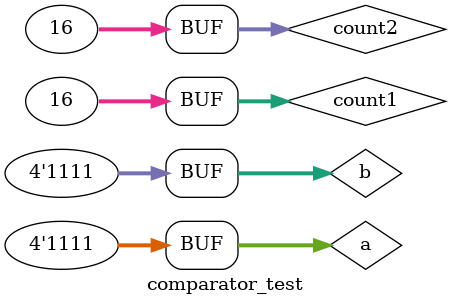
<source format=v>
module comparator_test;
reg [3:0]a, b;
wire g, e, l;
comparator gate(g, e, l, a, b);
integer count1, count2;
initial begin
	for(count1=0; count1<16; count1=count1+1)
		begin
			for(count2=0; count2<16; count2=count2+1)
				begin
					#10 {a[0], a[1], a[2], a[3]} = count1;{b[0], b[1], b[2], b[3]} = count2;
					#10;
				end
		end
end
endmodule 
</source>
